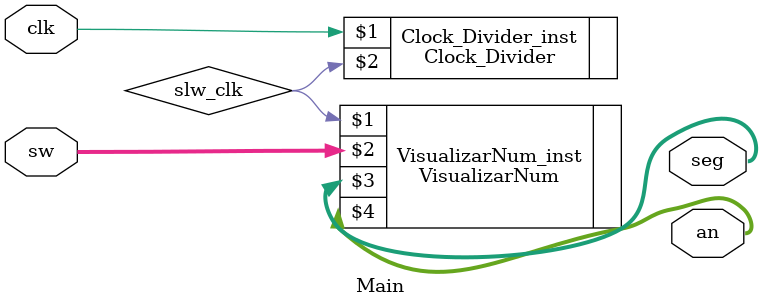
<source format=v>
`timescale 1ns / 1ps


module Main(
    input clk,
    input [6:0] sw,
    output wire [6:0] seg,  
    output wire [3:0] an
    );
    
parameter DIV = 100_000;
wire slw_clk;
    
   
Clock_Divider #(DIV) Clock_Divider_inst (clk, slw_clk);

VisualizarNum VisualizarNum_inst (slw_clk, sw, seg, an);


endmodule
</source>
